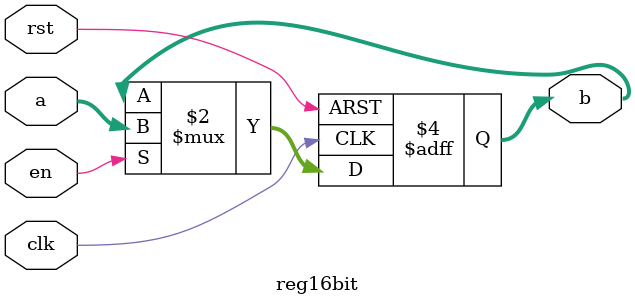
<source format=v>
module reg16bit(a, clk, rst, en, b);
	input [127:0] a;
	input clk, rst, en;
	output reg [127:0] b;
	always @(posedge clk, posedge rst)begin
		if (rst) b = 0;
		else if (en) b <= a;
	end
endmodule

</source>
